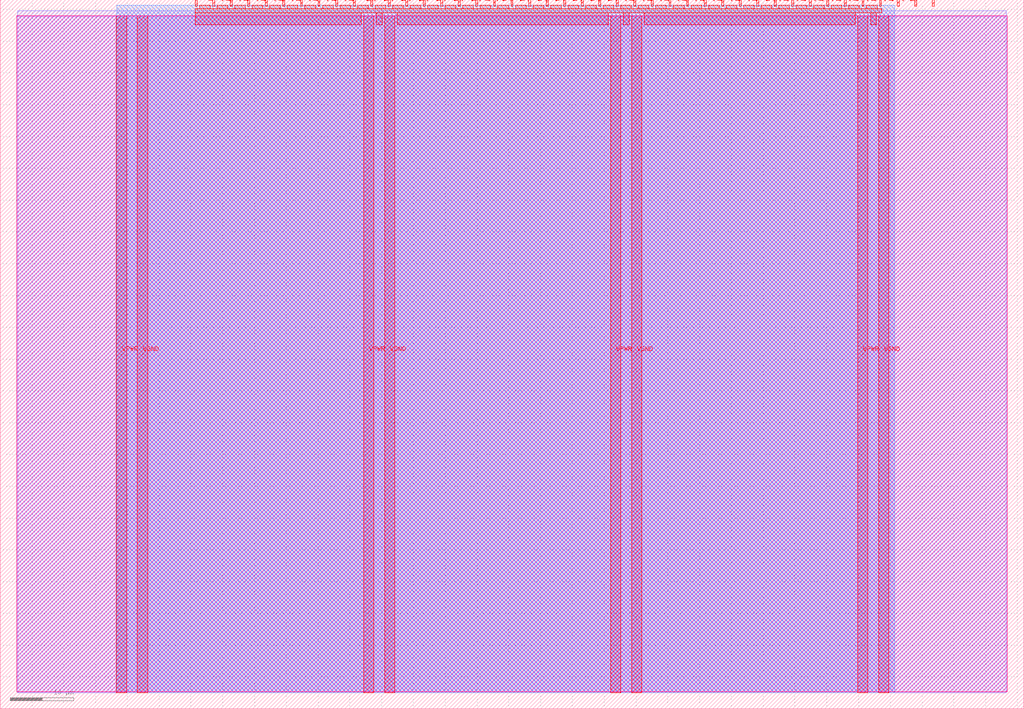
<source format=lef>
VERSION 5.7 ;
  NOWIREEXTENSIONATPIN ON ;
  DIVIDERCHAR "/" ;
  BUSBITCHARS "[]" ;
MACRO tt_um_c7_array_mult
  CLASS BLOCK ;
  FOREIGN tt_um_c7_array_mult ;
  ORIGIN 0.000 0.000 ;
  SIZE 161.000 BY 111.520 ;
  PIN VGND
    DIRECTION INOUT ;
    USE GROUND ;
    PORT
      LAYER met4 ;
        RECT 21.580 2.480 23.180 109.040 ;
    END
    PORT
      LAYER met4 ;
        RECT 60.450 2.480 62.050 109.040 ;
    END
    PORT
      LAYER met4 ;
        RECT 99.320 2.480 100.920 109.040 ;
    END
    PORT
      LAYER met4 ;
        RECT 138.190 2.480 139.790 109.040 ;
    END
  END VGND
  PIN VPWR
    DIRECTION INOUT ;
    USE POWER ;
    PORT
      LAYER met4 ;
        RECT 18.280 2.480 19.880 109.040 ;
    END
    PORT
      LAYER met4 ;
        RECT 57.150 2.480 58.750 109.040 ;
    END
    PORT
      LAYER met4 ;
        RECT 96.020 2.480 97.620 109.040 ;
    END
    PORT
      LAYER met4 ;
        RECT 134.890 2.480 136.490 109.040 ;
    END
  END VPWR
  PIN clk
    DIRECTION INPUT ;
    USE SIGNAL ;
    PORT
      LAYER met4 ;
        RECT 143.830 110.520 144.130 111.520 ;
    END
  END clk
  PIN ena
    DIRECTION INPUT ;
    USE SIGNAL ;
    PORT
      LAYER met4 ;
        RECT 146.590 110.520 146.890 111.520 ;
    END
  END ena
  PIN rst_n
    DIRECTION INPUT ;
    USE SIGNAL ;
    PORT
      LAYER met4 ;
        RECT 141.070 110.520 141.370 111.520 ;
    END
  END rst_n
  PIN ui_in[0]
    DIRECTION INPUT ;
    USE SIGNAL ;
    ANTENNAGATEAREA 0.213000 ;
    PORT
      LAYER met4 ;
        RECT 138.310 110.520 138.610 111.520 ;
    END
  END ui_in[0]
  PIN ui_in[1]
    DIRECTION INPUT ;
    USE SIGNAL ;
    ANTENNAGATEAREA 0.213000 ;
    PORT
      LAYER met4 ;
        RECT 135.550 110.520 135.850 111.520 ;
    END
  END ui_in[1]
  PIN ui_in[2]
    DIRECTION INPUT ;
    USE SIGNAL ;
    ANTENNAGATEAREA 0.213000 ;
    PORT
      LAYER met4 ;
        RECT 132.790 110.520 133.090 111.520 ;
    END
  END ui_in[2]
  PIN ui_in[3]
    DIRECTION INPUT ;
    USE SIGNAL ;
    ANTENNAGATEAREA 0.213000 ;
    PORT
      LAYER met4 ;
        RECT 130.030 110.520 130.330 111.520 ;
    END
  END ui_in[3]
  PIN ui_in[4]
    DIRECTION INPUT ;
    USE SIGNAL ;
    ANTENNAGATEAREA 0.213000 ;
    PORT
      LAYER met4 ;
        RECT 127.270 110.520 127.570 111.520 ;
    END
  END ui_in[4]
  PIN ui_in[5]
    DIRECTION INPUT ;
    USE SIGNAL ;
    ANTENNAGATEAREA 0.213000 ;
    PORT
      LAYER met4 ;
        RECT 124.510 110.520 124.810 111.520 ;
    END
  END ui_in[5]
  PIN ui_in[6]
    DIRECTION INPUT ;
    USE SIGNAL ;
    ANTENNAGATEAREA 0.213000 ;
    PORT
      LAYER met4 ;
        RECT 121.750 110.520 122.050 111.520 ;
    END
  END ui_in[6]
  PIN ui_in[7]
    DIRECTION INPUT ;
    USE SIGNAL ;
    ANTENNAGATEAREA 0.213000 ;
    PORT
      LAYER met4 ;
        RECT 118.990 110.520 119.290 111.520 ;
    END
  END ui_in[7]
  PIN uio_in[0]
    DIRECTION INPUT ;
    USE SIGNAL ;
    PORT
      LAYER met4 ;
        RECT 116.230 110.520 116.530 111.520 ;
    END
  END uio_in[0]
  PIN uio_in[1]
    DIRECTION INPUT ;
    USE SIGNAL ;
    PORT
      LAYER met4 ;
        RECT 113.470 110.520 113.770 111.520 ;
    END
  END uio_in[1]
  PIN uio_in[2]
    DIRECTION INPUT ;
    USE SIGNAL ;
    PORT
      LAYER met4 ;
        RECT 110.710 110.520 111.010 111.520 ;
    END
  END uio_in[2]
  PIN uio_in[3]
    DIRECTION INPUT ;
    USE SIGNAL ;
    PORT
      LAYER met4 ;
        RECT 107.950 110.520 108.250 111.520 ;
    END
  END uio_in[3]
  PIN uio_in[4]
    DIRECTION INPUT ;
    USE SIGNAL ;
    PORT
      LAYER met4 ;
        RECT 105.190 110.520 105.490 111.520 ;
    END
  END uio_in[4]
  PIN uio_in[5]
    DIRECTION INPUT ;
    USE SIGNAL ;
    PORT
      LAYER met4 ;
        RECT 102.430 110.520 102.730 111.520 ;
    END
  END uio_in[5]
  PIN uio_in[6]
    DIRECTION INPUT ;
    USE SIGNAL ;
    PORT
      LAYER met4 ;
        RECT 99.670 110.520 99.970 111.520 ;
    END
  END uio_in[6]
  PIN uio_in[7]
    DIRECTION INPUT ;
    USE SIGNAL ;
    PORT
      LAYER met4 ;
        RECT 96.910 110.520 97.210 111.520 ;
    END
  END uio_in[7]
  PIN uio_oe[0]
    DIRECTION OUTPUT ;
    USE SIGNAL ;
    PORT
      LAYER met4 ;
        RECT 49.990 110.520 50.290 111.520 ;
    END
  END uio_oe[0]
  PIN uio_oe[1]
    DIRECTION OUTPUT ;
    USE SIGNAL ;
    PORT
      LAYER met4 ;
        RECT 47.230 110.520 47.530 111.520 ;
    END
  END uio_oe[1]
  PIN uio_oe[2]
    DIRECTION OUTPUT ;
    USE SIGNAL ;
    PORT
      LAYER met4 ;
        RECT 44.470 110.520 44.770 111.520 ;
    END
  END uio_oe[2]
  PIN uio_oe[3]
    DIRECTION OUTPUT ;
    USE SIGNAL ;
    PORT
      LAYER met4 ;
        RECT 41.710 110.520 42.010 111.520 ;
    END
  END uio_oe[3]
  PIN uio_oe[4]
    DIRECTION OUTPUT ;
    USE SIGNAL ;
    PORT
      LAYER met4 ;
        RECT 38.950 110.520 39.250 111.520 ;
    END
  END uio_oe[4]
  PIN uio_oe[5]
    DIRECTION OUTPUT ;
    USE SIGNAL ;
    PORT
      LAYER met4 ;
        RECT 36.190 110.520 36.490 111.520 ;
    END
  END uio_oe[5]
  PIN uio_oe[6]
    DIRECTION OUTPUT ;
    USE SIGNAL ;
    PORT
      LAYER met4 ;
        RECT 33.430 110.520 33.730 111.520 ;
    END
  END uio_oe[6]
  PIN uio_oe[7]
    DIRECTION OUTPUT ;
    USE SIGNAL ;
    PORT
      LAYER met4 ;
        RECT 30.670 110.520 30.970 111.520 ;
    END
  END uio_oe[7]
  PIN uio_out[0]
    DIRECTION OUTPUT ;
    USE SIGNAL ;
    PORT
      LAYER met4 ;
        RECT 72.070 110.520 72.370 111.520 ;
    END
  END uio_out[0]
  PIN uio_out[1]
    DIRECTION OUTPUT ;
    USE SIGNAL ;
    PORT
      LAYER met4 ;
        RECT 69.310 110.520 69.610 111.520 ;
    END
  END uio_out[1]
  PIN uio_out[2]
    DIRECTION OUTPUT ;
    USE SIGNAL ;
    PORT
      LAYER met4 ;
        RECT 66.550 110.520 66.850 111.520 ;
    END
  END uio_out[2]
  PIN uio_out[3]
    DIRECTION OUTPUT ;
    USE SIGNAL ;
    PORT
      LAYER met4 ;
        RECT 63.790 110.520 64.090 111.520 ;
    END
  END uio_out[3]
  PIN uio_out[4]
    DIRECTION OUTPUT ;
    USE SIGNAL ;
    PORT
      LAYER met4 ;
        RECT 61.030 110.520 61.330 111.520 ;
    END
  END uio_out[4]
  PIN uio_out[5]
    DIRECTION OUTPUT ;
    USE SIGNAL ;
    PORT
      LAYER met4 ;
        RECT 58.270 110.520 58.570 111.520 ;
    END
  END uio_out[5]
  PIN uio_out[6]
    DIRECTION OUTPUT ;
    USE SIGNAL ;
    PORT
      LAYER met4 ;
        RECT 55.510 110.520 55.810 111.520 ;
    END
  END uio_out[6]
  PIN uio_out[7]
    DIRECTION OUTPUT ;
    USE SIGNAL ;
    PORT
      LAYER met4 ;
        RECT 52.750 110.520 53.050 111.520 ;
    END
  END uio_out[7]
  PIN uo_out[0]
    DIRECTION OUTPUT ;
    USE SIGNAL ;
    ANTENNADIFFAREA 0.445500 ;
    PORT
      LAYER met4 ;
        RECT 94.150 110.520 94.450 111.520 ;
    END
  END uo_out[0]
  PIN uo_out[1]
    DIRECTION OUTPUT ;
    USE SIGNAL ;
    ANTENNADIFFAREA 0.445500 ;
    PORT
      LAYER met4 ;
        RECT 91.390 110.520 91.690 111.520 ;
    END
  END uo_out[1]
  PIN uo_out[2]
    DIRECTION OUTPUT ;
    USE SIGNAL ;
    ANTENNADIFFAREA 0.445500 ;
    PORT
      LAYER met4 ;
        RECT 88.630 110.520 88.930 111.520 ;
    END
  END uo_out[2]
  PIN uo_out[3]
    DIRECTION OUTPUT ;
    USE SIGNAL ;
    ANTENNADIFFAREA 0.445500 ;
    PORT
      LAYER met4 ;
        RECT 85.870 110.520 86.170 111.520 ;
    END
  END uo_out[3]
  PIN uo_out[4]
    DIRECTION OUTPUT ;
    USE SIGNAL ;
    ANTENNADIFFAREA 0.445500 ;
    PORT
      LAYER met4 ;
        RECT 83.110 110.520 83.410 111.520 ;
    END
  END uo_out[4]
  PIN uo_out[5]
    DIRECTION OUTPUT ;
    USE SIGNAL ;
    ANTENNADIFFAREA 0.445500 ;
    PORT
      LAYER met4 ;
        RECT 80.350 110.520 80.650 111.520 ;
    END
  END uo_out[5]
  PIN uo_out[6]
    DIRECTION OUTPUT ;
    USE SIGNAL ;
    ANTENNADIFFAREA 0.445500 ;
    PORT
      LAYER met4 ;
        RECT 77.590 110.520 77.890 111.520 ;
    END
  END uo_out[6]
  PIN uo_out[7]
    DIRECTION OUTPUT ;
    USE SIGNAL ;
    ANTENNADIFFAREA 0.445500 ;
    PORT
      LAYER met4 ;
        RECT 74.830 110.520 75.130 111.520 ;
    END
  END uo_out[7]
  OBS
      LAYER nwell ;
        RECT 2.570 2.635 158.430 108.990 ;
      LAYER li1 ;
        RECT 2.760 2.635 158.240 108.885 ;
      LAYER met1 ;
        RECT 2.760 2.480 158.240 109.780 ;
      LAYER met2 ;
        RECT 18.310 2.535 140.670 110.685 ;
      LAYER met3 ;
        RECT 18.290 2.555 140.695 110.665 ;
      LAYER met4 ;
        RECT 31.370 110.120 33.030 110.665 ;
        RECT 34.130 110.120 35.790 110.665 ;
        RECT 36.890 110.120 38.550 110.665 ;
        RECT 39.650 110.120 41.310 110.665 ;
        RECT 42.410 110.120 44.070 110.665 ;
        RECT 45.170 110.120 46.830 110.665 ;
        RECT 47.930 110.120 49.590 110.665 ;
        RECT 50.690 110.120 52.350 110.665 ;
        RECT 53.450 110.120 55.110 110.665 ;
        RECT 56.210 110.120 57.870 110.665 ;
        RECT 58.970 110.120 60.630 110.665 ;
        RECT 61.730 110.120 63.390 110.665 ;
        RECT 64.490 110.120 66.150 110.665 ;
        RECT 67.250 110.120 68.910 110.665 ;
        RECT 70.010 110.120 71.670 110.665 ;
        RECT 72.770 110.120 74.430 110.665 ;
        RECT 75.530 110.120 77.190 110.665 ;
        RECT 78.290 110.120 79.950 110.665 ;
        RECT 81.050 110.120 82.710 110.665 ;
        RECT 83.810 110.120 85.470 110.665 ;
        RECT 86.570 110.120 88.230 110.665 ;
        RECT 89.330 110.120 90.990 110.665 ;
        RECT 92.090 110.120 93.750 110.665 ;
        RECT 94.850 110.120 96.510 110.665 ;
        RECT 97.610 110.120 99.270 110.665 ;
        RECT 100.370 110.120 102.030 110.665 ;
        RECT 103.130 110.120 104.790 110.665 ;
        RECT 105.890 110.120 107.550 110.665 ;
        RECT 108.650 110.120 110.310 110.665 ;
        RECT 111.410 110.120 113.070 110.665 ;
        RECT 114.170 110.120 115.830 110.665 ;
        RECT 116.930 110.120 118.590 110.665 ;
        RECT 119.690 110.120 121.350 110.665 ;
        RECT 122.450 110.120 124.110 110.665 ;
        RECT 125.210 110.120 126.870 110.665 ;
        RECT 127.970 110.120 129.630 110.665 ;
        RECT 130.730 110.120 132.390 110.665 ;
        RECT 133.490 110.120 135.150 110.665 ;
        RECT 136.250 110.120 137.910 110.665 ;
        RECT 30.655 109.440 138.625 110.120 ;
        RECT 30.655 107.615 56.750 109.440 ;
        RECT 59.150 107.615 60.050 109.440 ;
        RECT 62.450 107.615 95.620 109.440 ;
        RECT 98.020 107.615 98.920 109.440 ;
        RECT 101.320 107.615 134.490 109.440 ;
        RECT 136.890 107.615 137.790 109.440 ;
  END
END tt_um_c7_array_mult
END LIBRARY


</source>
